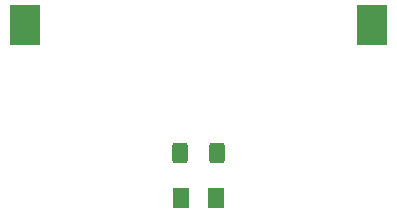
<source format=gbr>
%TF.GenerationSoftware,KiCad,Pcbnew,(6.0.0)*%
%TF.CreationDate,2022-05-08T17:08:30-04:00*%
%TF.ProjectId,QR_ATTINY3217,51525f41-5454-4494-9e59-333231372e6b,rev?*%
%TF.SameCoordinates,Original*%
%TF.FileFunction,Paste,Bot*%
%TF.FilePolarity,Positive*%
%FSLAX46Y46*%
G04 Gerber Fmt 4.6, Leading zero omitted, Abs format (unit mm)*
G04 Created by KiCad (PCBNEW (6.0.0)) date 2022-05-08 17:08:30*
%MOMM*%
%LPD*%
G01*
G04 APERTURE LIST*
G04 Aperture macros list*
%AMRoundRect*
0 Rectangle with rounded corners*
0 $1 Rounding radius*
0 $2 $3 $4 $5 $6 $7 $8 $9 X,Y pos of 4 corners*
0 Add a 4 corners polygon primitive as box body*
4,1,4,$2,$3,$4,$5,$6,$7,$8,$9,$2,$3,0*
0 Add four circle primitives for the rounded corners*
1,1,$1+$1,$2,$3*
1,1,$1+$1,$4,$5*
1,1,$1+$1,$6,$7*
1,1,$1+$1,$8,$9*
0 Add four rect primitives between the rounded corners*
20,1,$1+$1,$2,$3,$4,$5,0*
20,1,$1+$1,$4,$5,$6,$7,0*
20,1,$1+$1,$6,$7,$8,$9,0*
20,1,$1+$1,$8,$9,$2,$3,0*%
G04 Aperture macros list end*
%ADD10RoundRect,0.250000X-0.400000X-0.625000X0.400000X-0.625000X0.400000X0.625000X-0.400000X0.625000X0*%
%ADD11RoundRect,0.250001X0.462499X0.624999X-0.462499X0.624999X-0.462499X-0.624999X0.462499X-0.624999X0*%
%ADD12R,2.600000X3.500000*%
G04 APERTURE END LIST*
D10*
%TO.C,R6*%
X144500000Y-121920000D03*
X147600000Y-121920000D03*
%TD*%
D11*
%TO.C,D5*%
X147537500Y-125730000D03*
X144562500Y-125730000D03*
%TD*%
D12*
%TO.C,BT1*%
X131350000Y-111125000D03*
X160750000Y-111125000D03*
%TD*%
M02*

</source>
